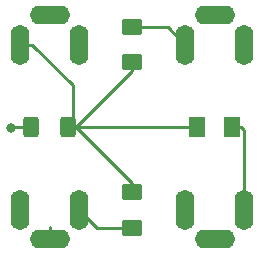
<source format=gbr>
G04 #@! TF.GenerationSoftware,KiCad,Pcbnew,6.0.2+dfsg-1*
G04 #@! TF.CreationDate,2022-10-24T19:59:27+02:00*
G04 #@! TF.ProjectId,triple_diode_or_tile,74726970-6c65-45f6-9469-6f64655f6f72,rev?*
G04 #@! TF.SameCoordinates,Original*
G04 #@! TF.FileFunction,Copper,L1,Top*
G04 #@! TF.FilePolarity,Positive*
%FSLAX46Y46*%
G04 Gerber Fmt 4.6, Leading zero omitted, Abs format (unit mm)*
G04 Created by KiCad (PCBNEW 6.0.2+dfsg-1) date 2022-10-24 19:59:27*
%MOMM*%
%LPD*%
G01*
G04 APERTURE LIST*
G04 Aperture macros list*
%AMRoundRect*
0 Rectangle with rounded corners*
0 $1 Rounding radius*
0 $2 $3 $4 $5 $6 $7 $8 $9 X,Y pos of 4 corners*
0 Add a 4 corners polygon primitive as box body*
4,1,4,$2,$3,$4,$5,$6,$7,$8,$9,$2,$3,0*
0 Add four circle primitives for the rounded corners*
1,1,$1+$1,$2,$3*
1,1,$1+$1,$4,$5*
1,1,$1+$1,$6,$7*
1,1,$1+$1,$8,$9*
0 Add four rect primitives between the rounded corners*
20,1,$1+$1,$2,$3,$4,$5,0*
20,1,$1+$1,$4,$5,$6,$7,0*
20,1,$1+$1,$6,$7,$8,$9,0*
20,1,$1+$1,$8,$9,$2,$3,0*%
G04 Aperture macros list end*
G04 #@! TA.AperFunction,ComponentPad*
%ADD10O,1.600000X3.400000*%
G04 #@! TD*
G04 #@! TA.AperFunction,ComponentPad*
%ADD11O,3.400000X1.600000*%
G04 #@! TD*
G04 #@! TA.AperFunction,SMDPad,CuDef*
%ADD12RoundRect,0.250000X0.400000X0.625000X-0.400000X0.625000X-0.400000X-0.625000X0.400000X-0.625000X0*%
G04 #@! TD*
G04 #@! TA.AperFunction,SMDPad,CuDef*
%ADD13RoundRect,0.250001X0.624999X-0.462499X0.624999X0.462499X-0.624999X0.462499X-0.624999X-0.462499X0*%
G04 #@! TD*
G04 #@! TA.AperFunction,SMDPad,CuDef*
%ADD14RoundRect,0.250001X-0.462499X-0.624999X0.462499X-0.624999X0.462499X0.624999X-0.462499X0.624999X0*%
G04 #@! TD*
G04 #@! TA.AperFunction,SMDPad,CuDef*
%ADD15RoundRect,0.250001X-0.624999X0.462499X-0.624999X-0.462499X0.624999X-0.462499X0.624999X0.462499X0*%
G04 #@! TD*
G04 #@! TA.AperFunction,ViaPad*
%ADD16C,0.800000*%
G04 #@! TD*
G04 #@! TA.AperFunction,Conductor*
%ADD17C,0.250000*%
G04 #@! TD*
G04 APERTURE END LIST*
D10*
X147500000Y-75000000D03*
D11*
X145000000Y-72500000D03*
D10*
X142500000Y-75000000D03*
X142500000Y-89000000D03*
D11*
X145000000Y-91500000D03*
D10*
X147500000Y-89000000D03*
X156500000Y-89000000D03*
D11*
X159000000Y-91500000D03*
D10*
X161500000Y-89000000D03*
X161500000Y-75000000D03*
D11*
X159000000Y-72500000D03*
D10*
X156500000Y-75000000D03*
D12*
X146550000Y-82000000D03*
X143450000Y-82000000D03*
D13*
X152000000Y-76487500D03*
X152000000Y-73512500D03*
D14*
X157512500Y-82000000D03*
X160487500Y-82000000D03*
D15*
X152000000Y-87512500D03*
X152000000Y-90487500D03*
D16*
X141732000Y-82042000D03*
D17*
X155000000Y-73500000D02*
X156500000Y-75000000D01*
X152000000Y-73500000D02*
X155000000Y-73500000D01*
X147000000Y-78450000D02*
X143550000Y-75000000D01*
X152000000Y-76500000D02*
X152000000Y-77250000D01*
X147000000Y-82000000D02*
X147000000Y-78450000D01*
X143550000Y-75000000D02*
X142500000Y-75000000D01*
X152000000Y-86750000D02*
X147250000Y-82000000D01*
X157500000Y-82000000D02*
X147000000Y-82000000D01*
X152000000Y-77250000D02*
X147250000Y-82000000D01*
X147250000Y-82000000D02*
X147000000Y-82000000D01*
X152000000Y-87500000D02*
X152000000Y-86750000D01*
X161500000Y-89000000D02*
X161500000Y-82250000D01*
X161500000Y-82250000D02*
X161250000Y-82000000D01*
X161250000Y-82000000D02*
X160500000Y-82000000D01*
X149000000Y-90500000D02*
X147500000Y-89000000D01*
X152000000Y-90500000D02*
X149000000Y-90500000D01*
X141774000Y-82000000D02*
X141732000Y-82042000D01*
X145000000Y-90450000D02*
X145000000Y-91500000D01*
X143450000Y-82000000D02*
X141774000Y-82000000D01*
M02*

</source>
